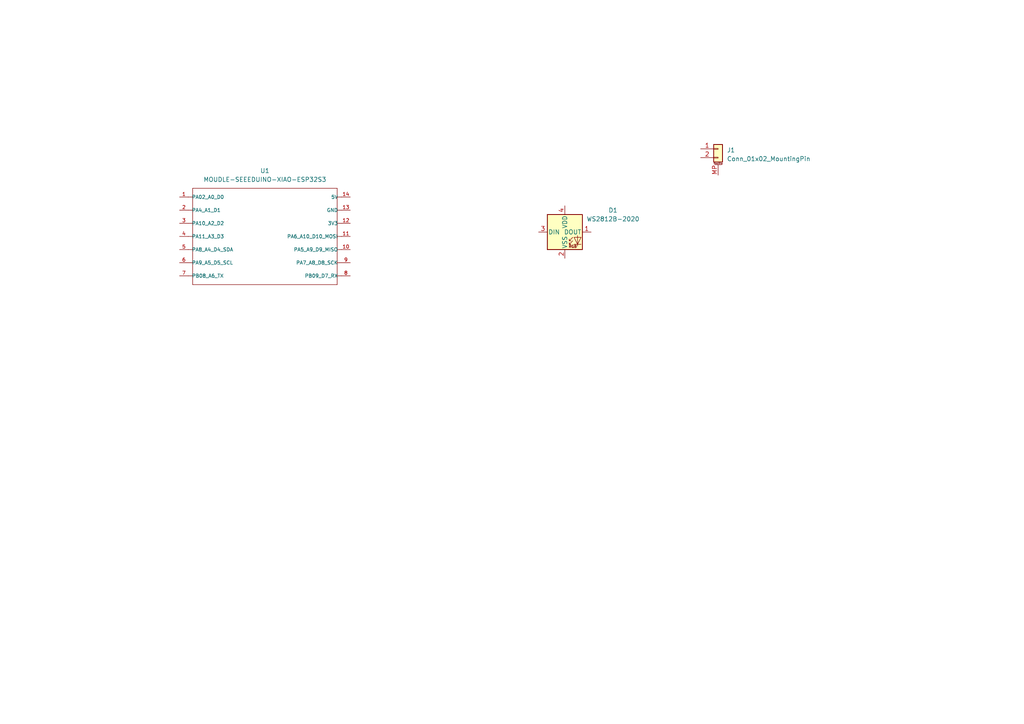
<source format=kicad_sch>
(kicad_sch (version 20250114) (generator "eeschema") (generator_version "9.0")
  (paper "A4")
  (title_block (title "Graduation Cap Threat Map") (company "Peter LaMantia"))
  (lib_symbols
    (symbol "Connector_Generic_MountingPin:Conn_01x02_MountingPin" (pin_names (offset 1.016) (hide yes))
      (property "Reference" "J" (at 0 2.54 0))
      (property "Value" "Conn_01x02_MountingPin" (at 1.27 -5.08 0))
      (symbol "Conn_01x02_MountingPin_1_1"
        (rectangle (start -1.27 1.27) (end 1.27 -3.81) (stroke (width 0.254)) (fill (type background)))
        (rectangle (start -1.27 0.127) (end 0 -0.127) (stroke (width 0.1524)))
        (rectangle (start -1.27 -2.413) (end 0 -2.667) (stroke (width 0.1524)))
        (polyline (pts (xy -1.016 -4.572) (xy 1.016 -4.572)) (stroke (width 0.1524)))
        (text "Mounting" (at 0 -4.191 0) (effects (font (size 0.381 0.381))))
        (pin passive line (at -5.08 0 0) (length 3.81) (name "Pin_1") (number "1"))
        (pin passive line (at -5.08 -2.54 0) (length 3.81) (name "Pin_2") (number "2"))
        (pin passive line (at 0 -7.62 90) (length 3.048) (name "MountPin") (number "MP"))
      )
    )
    (symbol "ESP32-S3:MOUDLE-SEEEDUINO-XIAO-ESP32S3" (pin_names (offset 1.016))
      (property "Reference" "U" (at -21.59 15.24 0))
      (property "Value" "MOUDLE-SEEEDUINO-XIAO-ESP32S3" (at -21.59 13.97 0))
      (symbol "MOUDLE-SEEEDUINO-XIAO-ESP32S3_0_0"
        (polyline (pts (xy -21.59 13.97) (xy 20.32 13.97)) (stroke (width 0.1524)))
        (polyline (pts (xy -21.59 11.43) (xy -22.86 11.43)) (stroke (width 0.1524)))
        (polyline (pts (xy -21.59 11.43) (xy -21.59 13.97)) (stroke (width 0.1524)))
        (polyline (pts (xy -21.59 7.62) (xy -22.86 7.62)) (stroke (width 0.1524)))
        (polyline (pts (xy -21.59 7.62) (xy -21.59 11.43)) (stroke (width 0.1524)))
        (polyline (pts (xy -21.59 3.81) (xy -22.86 3.81)) (stroke (width 0.1524)))
        (polyline (pts (xy -21.59 3.81) (xy -21.59 7.62)) (stroke (width 0.1524)))
        (polyline (pts (xy -21.59 0) (xy -22.86 0)) (stroke (width 0.1524)))
        (polyline (pts (xy -21.59 0) (xy -21.59 3.81)) (stroke (width 0.1524)))
        (polyline (pts (xy -21.59 -3.81) (xy -22.86 -3.81)) (stroke (width 0.1524)))
        (polyline (pts (xy -21.59 -7.62) (xy -22.86 -7.62)) (stroke (width 0.1524)))
        (polyline (pts (xy -21.59 -11.43) (xy -22.86 -11.43)) (stroke (width 0.1524)))
        (polyline (pts (xy -21.59 -13.97) (xy -21.59 0)) (stroke (width 0.1524)))
        (polyline (pts (xy 20.32 13.97) (xy 20.32 11.43)) (stroke (width 0.1524)))
        (polyline (pts (xy 20.32 11.43) (xy 20.32 7.62)) (stroke (width 0.1524)))
        (polyline (pts (xy 20.32 7.62) (xy 20.32 3.81)) (stroke (width 0.1524)))
        (polyline (pts (xy 20.32 3.81) (xy 20.32 -13.97)) (stroke (width 0.1524)))
        (polyline (pts (xy 20.32 -13.97) (xy -21.59 -13.97)) (stroke (width 0.1524)))
        (polyline (pts (xy 21.59 11.43) (xy 20.32 11.43)) (stroke (width 0.1524)))
        (polyline (pts (xy 21.59 7.62) (xy 20.32 7.62)) (stroke (width 0.1524)))
        (polyline (pts (xy 21.59 3.81) (xy 20.32 3.81)) (stroke (width 0.1524)))
        (polyline (pts (xy 21.59 0) (xy 20.32 0)) (stroke (width 0.1524)))
        (polyline (pts (xy 21.59 -3.81) (xy 20.32 -3.81)) (stroke (width 0.1524)))
        (polyline (pts (xy 21.59 -7.62) (xy 20.32 -7.62)) (stroke (width 0.1524)))
        (polyline (pts (xy 21.59 -11.43) (xy 20.32 -11.43)) (stroke (width 0.1524)))
        (pin bidirectional line (at -25.4 11.43 0) (length 2.54) (name "PA02_A0_D0") (number "1"))
        (pin bidirectional line (at -25.4 7.62 0) (length 2.54) (name "PA4_A1_D1") (number "2"))
        (pin bidirectional line (at -25.4 3.81 0) (length 2.54) (name "PA10_A2_D2") (number "3"))
        (pin bidirectional line (at -25.4 0 0) (length 2.54) (name "PA11_A3_D3") (number "4"))
        (pin bidirectional line (at -25.4 -3.81 0) (length 2.54) (name "PA8_A4_D4_SDA") (number "5"))
        (pin bidirectional line (at -25.4 -7.62 0) (length 2.54) (name "PA9_A5_D5_SCL") (number "6"))
        (pin bidirectional line (at -25.4 -11.43 0) (length 2.54) (name "PB08_A6_TX") (number "7"))
        (pin bidirectional line (at 24.13 11.43 180) (length 2.54) (name "5V") (number "14"))
        (pin bidirectional line (at 24.13 7.62 180) (length 2.54) (name "GND") (number "13"))
        (pin bidirectional line (at 24.13 3.81 180) (length 2.54) (name "3V3") (number "12"))
        (pin bidirectional line (at 24.13 0 180) (length 2.54) (name "PA6_A10_D10_MOSI") (number "11"))
        (pin bidirectional line (at 24.13 -3.81 180) (length 2.54) (name "PA5_A9_D9_MISO") (number "10"))
        (pin bidirectional line (at 24.13 -7.62 180) (length 2.54) (name "PA7_A8_D8_SCK") (number "9"))
        (pin bidirectional line (at 24.13 -11.43 180) (length 2.54) (name "PB09_D7_RX") (number "8"))
      )
    )
    (symbol "LED:WS2812B-2020" (pin_names (offset 0.254))
      (property "Reference" "D" (at 5.08 5.715 0))
      (property "Value" "WS2812B-2020" (at 1.27 -5.715 0))
      (symbol "WS2812B-2020_0_0"
        (text "RGB" (at 2.286 -4.191 0) (effects (font (size 0.762 0.762))))
      )
      (symbol "WS2812B-2020_0_1"
        (polyline (pts (xy 1.27 -2.54) (xy 1.778 -2.54)))
        (polyline (pts (xy 1.27 -3.556) (xy 1.778 -3.556)))
        (polyline (pts (xy 2.286 -1.524) (xy 1.27 -2.54) (xy 1.27 -2.032)))
        (polyline (pts (xy 2.286 -2.54) (xy 1.27 -3.556) (xy 1.27 -3.048)))
        (polyline (pts (xy 3.683 -1.016) (xy 3.683 -3.556) (xy 3.683 -4.064)))
        (polyline (pts (xy 4.699 -1.524) (xy 2.667 -1.524) (xy 3.683 -3.556) (xy 4.699 -1.524)))
        (polyline (pts (xy 4.699 -3.556) (xy 2.667 -3.556)))
        (rectangle (start 5.08 5.08) (end -5.08 -5.08) (stroke (width 0.254)) (fill (type background)))
      )
      (symbol "WS2812B-2020_1_1"
        (pin input line (at -7.62 0 0) (length 2.54) (name "DIN") (number "3"))
        (pin power_in line (at 0 7.62 270) (length 2.54) (name "VDD") (number "4"))
        (pin power_in line (at 0 -7.62 90) (length 2.54) (name "VSS") (number "2"))
        (pin output line (at 7.62 0 180) (length 2.54) (name "DOUT") (number "1"))
      )
    )
  )
  (symbol (lib_id "ESP32-S3:MOUDLE-SEEEDUINO-XIAO-ESP32S3") (at 77.47 68.58 0) (unit 1)
    (property "Reference" "U1" (at 76.835 49.53 0))
    (property "Value" "MOUDLE-SEEEDUINO-XIAO-ESP32S3" (at 76.835 52.07 0))
    (property "Footprint" "ESP32-S3:XIAO-ESP32S3-DIP" (effects (hide yes)))
  )
  (symbol (lib_id "Connector_Generic_MountingPin:Conn_01x02_MountingPin") (at 208.28 43.18 0) (unit 1)
    (property "Reference" "J1" (at 210.82 43.5355 0) (effects (justify left)))
    (property "Value" "Conn_01x02_MountingPin" (at 210.82 46.0755 0) (effects (justify left)))
    (property "Description" "Generic connectable mounting pin connector, single row, 01x02, script generated (kicad-library-utils/schlib/autogen/connector/)" (effects (hide yes)))
  )
  (symbol (lib_id "LED:WS2812B-2020") (at 163.83 67.31 0) (unit 1)
    (property "Reference" "D1" (at 177.8 60.9914 0))
    (property "Value" "WS2812B-2020" (at 177.8 63.5314 0))
    (property "Footprint" "LED_SMD:LED_WS2812B-2020_PLCC4_2.0x2.0mm" (effects (hide yes)))
    (property "Datasheet" "https://cdn-shop.adafruit.com/product-files/4684/4684_WS2812B-2020_V1.3_EN.pdf" (effects (hide yes)))
    (property "Description" "RGB LED with integrated controller, 2.0 x 2.0 mm, 12 mA" (effects (hide yes)))
  )
)
</source>
